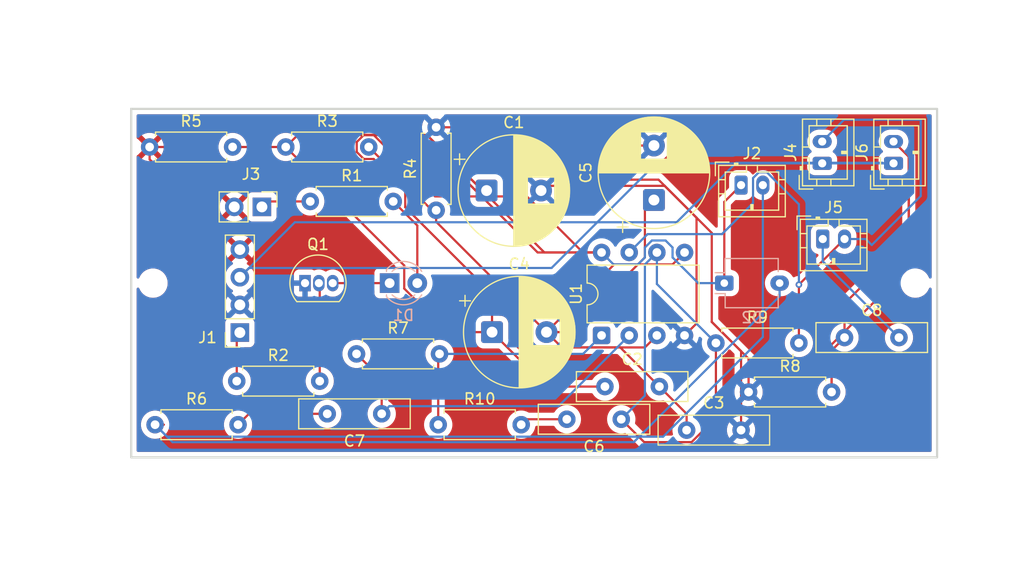
<source format=kicad_pcb>
(kicad_pcb (version 20241229) (generator "pcbnew") (generator_version "9.0")
  (layers (0 "F.Cu" signal) (2 "B.Cu" signal) (13 "F.Paste" user) (15 "B.Paste" user) (5 "F.SilkS" user "F.Silkscreen") (7 "B.SilkS" user "B.Silkscreen") (1 "F.Mask" user) (3 "B.Mask" user) (25 "Edge.Cuts" user))
  (net 0 "")
  (net 1 "Net-(D1-A)")
  (net 2 "Net-(D1-K)")
  (net 3 "+3.3V")
  (net 4 "GND")
  (net 5 "Net-(Q1-G)")
  (net 6 "/Vp")
  (net 7 "/OpIn")
  (net 8 "/Tx")
  (net 9 "/Rx")
  (net 10 "Net-(J3-Pin_1)")
  (net 11 "/Out")
  (net 12 "Net-(U1A--)")
  (net 13 "/VrtGnd")
  (net 14 "Net-(U1B--)")
  (net 15 "/OPOUT")
  (net 16 "Net-(C6-Pad2)")
  (net 17 "Net-(C7-Pad2)")
  (net 18 "Net-(J5-Pin_1)")
  (net 19 "Net-(J4-Pin_2)")
  (footprint "Resistor_THT:R_Axial_DIN0207_L6.3mm_D2.5mm_P7.62mm_Horizontal" (layer "F.Cu") (at 168 79.31 90)
    (property "Reference" "R4" (at 3.81 -2.37 90) (layer "F.SilkS"))
    (property "Value" "2200")
    (pad "1" thru_hole circle (at 0 0 90) (size 1.6 1.6) (drill 0.8) (layers "*.Cu" "*.Mask") (net 13 "/VrtGnd"))
    (pad "2" thru_hole circle (at 7.62 0 90) (size 1.6 1.6) (drill 0.8) (layers "*.Cu" "*.Mask") (net 4 "GND"))
  )
  (footprint "MountingHole:MountingHole_2.2mm_M2" (layer "F.Cu") (at 212 86)
    (property "Reference" "REF**" (hide yes))
    (property "Value" "MountingHole_2.2mm_M2" (hide yes))
    (pad "" np_thru_hole circle (at 0 0) (size 2.2 2.2) (drill 2.2) (layers "*.Cu" "*.Mask"))
  )
  (footprint "Capacitor_THT:C_Disc_D10.0mm_W2.5mm_P5.00mm" (layer "F.Cu") (at 191 99.5)
    (property "Reference" "C3" (at 2.5 -2.5 0) (layer "F.SilkS"))
    (property "Value" "1e-6")
    (pad "1" thru_hole circle (at 0 0) (size 1.6 1.6) (drill 0.8) (layers "*.Cu" "*.Mask") (net 13 "/VrtGnd"))
    (pad "2" thru_hole circle (at 5 0) (size 1.6 1.6) (drill 0.8) (layers "*.Cu" "*.Mask") (net 4 "GND"))
  )
  (footprint "Connector_JST:JST_PH_B2B-PH-K_1x02_P2.00mm_Vertical" (layer "F.Cu") (at 203.5 81.95)
    (property "Reference" "J5" (at 1 -2.9 0) (layer "F.SilkS"))
    (property "Value" "Conn_01x02_Socket")
    (pad "1" thru_hole roundrect (at 0 0) (size 1.2 1.75) (drill 0.75) (layers "*.Cu" "*.Mask") (roundrect_rratio 0.208333) (net 18 "Net-(J5-Pin_1)"))
    (pad "2" thru_hole oval (at 2 0) (size 1.2 1.75) (drill 0.75) (layers "*.Cu" "*.Mask") (net 19 "Net-(J4-Pin_2)"))
  )
  (footprint "Capacitor_THT:C_Disc_D10.0mm_W2.5mm_P5.00mm" (layer "F.Cu") (at 205.5 91)
    (property "Reference" "C8" (at 2.5 -2.5 0) (layer "F.SilkS"))
    (property "Value" "1e-6")
    (pad "1" thru_hole circle (at 0 0) (size 1.6 1.6) (drill 0.8) (layers "*.Cu" "*.Mask") (net 11 "/Out"))
    (pad "2" thru_hole circle (at 5 0) (size 1.6 1.6) (drill 0.8) (layers "*.Cu" "*.Mask") (net 18 "Net-(J5-Pin_1)"))
  )
  (footprint "Connector_JST:JST_PH_B2B-PH-K_1x02_P2.00mm_Vertical" (layer "F.Cu") (at 196 77)
    (property "Reference" "J2" (at 1 -2.9 0) (layer "F.SilkS"))
    (property "Value" "Conn_01x02_Socket")
    (pad "1" thru_hole roundrect (at 0 0) (size 1.2 1.75) (drill 0.75) (layers "*.Cu" "*.Mask") (roundrect_rratio 0.208333) (net 6 "/Vp"))
    (pad "2" thru_hole oval (at 2 0) (size 1.2 1.75) (drill 0.75) (layers "*.Cu" "*.Mask") (net 7 "/OpIn"))
  )
  (footprint "Resistor_THT:R_Axial_DIN0207_L6.3mm_D2.5mm_P7.62mm_Horizontal" (layer "F.Cu") (at 168.19 99)
    (property "Reference" "R10" (at 3.81 -2.37 0) (layer "F.SilkS"))
    (property "Value" "100")
    (pad "1" thru_hole circle (at 0 0) (size 1.6 1.6) (drill 0.8) (layers "*.Cu" "*.Mask") (net 15 "/OPOUT"))
    (pad "2" thru_hole circle (at 7.62 0) (size 1.6 1.6) (drill 0.8) (layers "*.Cu" "*.Mask") (net 16 "Net-(C6-Pad2)"))
  )
  (footprint "MountingHole:MountingHole_2.2mm_M2" (layer "F.Cu") (at 142 86)
    (property "Reference" "REF**" (hide yes))
    (property "Value" "MountingHole_2.2mm_M2" (hide yes))
    (pad "" np_thru_hole circle (at 0 0) (size 2.2 2.2) (drill 2.2) (layers "*.Cu" "*.Mask"))
  )
  (footprint "Resistor_THT:R_Axial_DIN0207_L6.3mm_D2.5mm_P7.62mm_Horizontal" (layer "F.Cu") (at 154.19 73.5)
    (property "Reference" "R3" (at 3.81 -2.37 0) (layer "F.SilkS"))
    (property "Value" "2200")
    (pad "1" thru_hole circle (at 0 0) (size 1.6 1.6) (drill 0.8) (layers "*.Cu" "*.Mask") (net 6 "/Vp"))
    (pad "2" thru_hole circle (at 7.62 0) (size 1.6 1.6) (drill 0.8) (layers "*.Cu" "*.Mask") (net 13 "/VrtGnd"))
  )
  (footprint "Connector_PinHeader_2.54mm:PinHeader_1x02_P2.54mm_Vertical" (layer "F.Cu") (at 152 79 -90)
    (property "Reference" "J3" (at -3 1 180) (layer "F.SilkS"))
    (property "Value" "Conn_01x02_Pin")
    (pad "1" thru_hole rect (at 0 0 270) (size 1.7 1.7) (drill 1) (layers "*.Cu" "*.Mask") (net 10 "Net-(J3-Pin_1)"))
    (pad "2" thru_hole circle (at 0 2.54 270) (size 1.7 1.7) (drill 1) (layers "*.Cu" "*.Mask") (net 3 "+3.3V"))
  )
  (footprint "Resistor_THT:R_Axial_DIN0207_L6.3mm_D2.5mm_P7.62mm_Horizontal" (layer "F.Cu") (at 156.44 78.5)
    (property "Reference" "R1" (at 3.81 -2.37 0) (layer "F.SilkS"))
    (property "Value" "10")
    (pad "1" thru_hole circle (at 0 0) (size 1.6 1.6) (drill 0.8) (layers "*.Cu" "*.Mask") (net 10 "Net-(J3-Pin_1)"))
    (pad "2" thru_hole circle (at 7.62 0) (size 1.6 1.6) (drill 0.8) (layers "*.Cu" "*.Mask") (net 1 "Net-(D1-A)"))
  )
  (footprint "Resistor_THT:R_Axial_DIN0207_L6.3mm_D2.5mm_P7.62mm_Horizontal" (layer "F.Cu") (at 141.69 73.5)
    (property "Reference" "R5" (at 3.81 -2.37 0) (layer "F.SilkS"))
    (property "Value" "400")
    (pad "1" thru_hole circle (at 0 0) (size 1.6 1.6) (drill 0.8) (layers "*.Cu" "*.Mask") (net 3 "+3.3V"))
    (pad "2" thru_hole circle (at 7.62 0) (size 1.6 1.6) (drill 0.8) (layers "*.Cu" "*.Mask") (net 6 "/Vp"))
  )
  (footprint "Capacitor_THT:C_Disc_D10.0mm_W2.5mm_P5.00mm" (layer "F.Cu") (at 185 98.5 180)
    (property "Reference" "C6" (at 2.5 -2.5 0) (layer "F.SilkS"))
    (property "Value" "3.33e-7")
    (pad "1" thru_hole circle (at 0 0 180) (size 1.6 1.6) (drill 0.8) (layers "*.Cu" "*.Mask") (net 14 "Net-(U1B--)"))
    (pad "2" thru_hole circle (at 5 0 180) (size 1.6 1.6) (drill 0.8) (layers "*.Cu" "*.Mask") (net 16 "Net-(C6-Pad2)"))
  )
  (footprint "Resistor_THT:R_Axial_DIN0207_L6.3mm_D2.5mm_P7.62mm_Horizontal" (layer "F.Cu") (at 160.69 92.5)
    (property "Reference" "R7" (at 3.81 -2.37 0) (layer "F.SilkS"))
    (property "Value" "90k")
    (pad "1" thru_hole circle (at 0 0) (size 1.6 1.6) (drill 0.8) (layers "*.Cu" "*.Mask") (net 12 "Net-(U1A--)"))
    (pad "2" thru_hole circle (at 7.62 0) (size 1.6 1.6) (drill 0.8) (layers "*.Cu" "*.Mask") (net 15 "/OPOUT"))
  )
  (footprint "Capacitor_THT:C_Disc_D10.0mm_W2.5mm_P5.00mm" (layer "F.Cu") (at 163 98 180)
    (property "Reference" "C7" (at 2.5 -2.5 0) (layer "F.SilkS"))
    (property "Value" "3.33e-7")
    (pad "1" thru_hole circle (at 0 0 180) (size 1.6 1.6) (drill 0.8) (layers "*.Cu" "*.Mask") (net 12 "Net-(U1A--)"))
    (pad "2" thru_hole circle (at 5 0 180) (size 1.6 1.6) (drill 0.8) (layers "*.Cu" "*.Mask") (net 17 "Net-(C7-Pad2)"))
  )
  (footprint "Capacitor_THT:C_Disc_D10.0mm_W2.5mm_P5.00mm" (layer "F.Cu") (at 183.5 95.5)
    (property "Reference" "C2" (at 2.5 -2.5 0) (layer "F.SilkS"))
    (property "Value" "1e-6")
    (pad "1" thru_hole circle (at 0 0) (size 1.6 1.6) (drill 0.8) (layers "*.Cu" "*.Mask") (net 6 "/Vp"))
    (pad "2" thru_hole circle (at 5 0) (size 1.6 1.6) (drill 0.8) (layers "*.Cu" "*.Mask") (net 13 "/VrtGnd"))
  )
  (footprint "Package_DIP:DIP-8_W7.62mm" (layer "F.Cu") (at 183.19 90.805 90)
    (property "Reference" "U1" (at 3.81 -2.33 90) (layer "F.SilkS"))
    (property "Value" "MCP6002-xP")
    (pad "1" thru_hole roundrect (at 0 0 90) (size 1.6 1.6) (drill 0.8) (layers "*.Cu" "*.Mask") (roundrect_rratio 0.15625) (net 15 "/OPOUT"))
    (pad "2" thru_hole circle (at 0 2.54 90) (size 1.6 1.6) (drill 0.8) (layers "*.Cu" "*.Mask") (net 12 "Net-(U1A--)"))
    (pad "3" thru_hole circle (at 0 5.08 90) (size 1.6 1.6) (drill 0.8) (layers "*.Cu" "*.Mask") (net 13 "/VrtGnd"))
    (pad "4" thru_hole circle (at 0 7.62 90) (size 1.6 1.6) (drill 0.8) (layers "*.Cu" "*.Mask") (net 4 "GND"))
    (pad "5" thru_hole circle (at 7.62 7.62 90) (size 1.6 1.6) (drill 0.8) (layers "*.Cu" "*.Mask") (net 13 "/VrtGnd"))
    (pad "6" thru_hole circle (at 7.62 5.08 90) (size 1.6 1.6) (drill 0.8) (layers "*.Cu" "*.Mask") (net 14 "Net-(U1B--)"))
    (pad "7" thru_hole circle (at 7.62 2.54 90) (size 1.6 1.6) (drill 0.8) (layers "*.Cu" "*.Mask") (net 19 "Net-(J4-Pin_2)"))
    (pad "8" thru_hole circle (at 7.62 0 90) (size 1.6 1.6) (drill 0.8) (layers "*.Cu" "*.Mask") (net 6 "/Vp"))
  )
  (footprint "Connector_PinSocket_2.54mm:PinSocket_1x04_P2.54mm_Vertical" (layer "F.Cu") (at 149.975 90.54 180)
    (property "Reference" "J1" (at 2.975 -0.46 0) (layer "F.SilkS"))
    (property "Value" "Conn_01x04_Socket")
    (pad "1" thru_hole rect (at 0 0 180) (size 1.7 1.7) (drill 1) (layers "*.Cu" "*.Mask") (net 8 "/Tx"))
    (pad "2" thru_hole circle (at 0 2.54 180) (size 1.7 1.7) (drill 1) (layers "*.Cu" "*.Mask") (net 4 "GND"))
    (pad "3" thru_hole circle (at 0 5.08 180) (size 1.7 1.7) (drill 1) (layers "*.Cu" "*.Mask") (net 9 "/Rx"))
    (pad "4" thru_hole circle (at 0 7.62 180) (size 1.7 1.7) (drill 1) (layers "*.Cu" "*.Mask") (net 3 "+3.3V"))
  )
  (footprint "Capacitor_THT:CP_Radial_D10.0mm_P5.00mm" (layer "F.Cu") (at 188 78.367677 90)
    (property "Reference" "C5" (at 2.5 -6.25 90) (layer "F.SilkS"))
    (property "Value" ".001")
    (pad "1" thru_hole roundrect (at 0 0 90) (size 2 2) (drill 1) (layers "*.Cu" "*.Mask") (roundrect_rratio 0.125) (net 13 "/VrtGnd"))
    (pad "2" thru_hole circle (at 5 0 90) (size 2 2) (drill 1) (layers "*.Cu" "*.Mask") (net 4 "GND"))
  )
  (footprint "Connector_JST:JST_PH_B2B-PH-K_1x02_P2.00mm_Vertical" (layer "F.Cu") (at 203.45 75 90)
    (property "Reference" "J4" (at 1 -2.9 90) (layer "F.SilkS"))
    (property "Value" "Conn_01x02_Socket")
    (pad "1" thru_hole roundrect (at 0 0 90) (size 1.2 1.75) (drill 0.75) (layers "*.Cu" "*.Mask") (roundrect_rratio 0.208333) (net 9 "/Rx"))
    (pad "2" thru_hole oval (at 2 0 90) (size 1.2 1.75) (drill 0.75) (layers "*.Cu" "*.Mask") (net 19 "Net-(J4-Pin_2)"))
  )
  (footprint "Connector_JST:JST_PH_B2B-PH-K_1x02_P2.00mm_Vertical" (layer "F.Cu") (at 210 75 90)
    (property "Reference" "J6" (at 1 -2.9 90) (layer "F.SilkS"))
    (property "Value" "Conn_01x02_Socket")
    (pad "1" thru_hole roundrect (at 0 0 90) (size 1.2 1.75) (drill 0.75) (layers "*.Cu" "*.Mask") (roundrect_rratio 0.208333) (net 9 "/Rx"))
    (pad "2" thru_hole oval (at 2 0 90) (size 1.2 1.75) (drill 0.75) (layers "*.Cu" "*.Mask") (net 11 "/Out"))
  )
  (footprint "Capacitor_THT:CP_Radial_D10.0mm_P5.00mm" (layer "F.Cu") (at 172.632323 77.5)
    (property "Reference" "C1" (at 2.5 -6.25 0) (layer "F.SilkS"))
    (property "Value" ".001")
    (pad "1" thru_hole roundrect (at 0 0) (size 2 2) (drill 1) (layers "*.Cu" "*.Mask") (roundrect_rratio 0.125) (net 6 "/Vp"))
    (pad "2" thru_hole circle (at 5 0) (size 2 2) (drill 1) (layers "*.Cu" "*.Mask") (net 4 "GND"))
  )
  (footprint "Resistor_THT:R_Axial_DIN0207_L6.3mm_D2.5mm_P7.62mm_Horizontal" (layer "F.Cu") (at 149.69 95)
    (property "Reference" "R2" (at 3.81 -2.37 0) (layer "F.SilkS"))
    (property "Value" "330")
    (pad "1" thru_hole circle (at 0 0) (size 1.6 1.6) (drill 0.8) (layers "*.Cu" "*.Mask") (net 8 "/Tx"))
    (pad "2" thru_hole circle (at 7.62 0) (size 1.6 1.6) (drill 0.8) (layers "*.Cu" "*.Mask") (net 5 "Net-(Q1-G)"))
  )
  (footprint "Resistor_THT:R_Axial_DIN0207_L6.3mm_D2.5mm_P7.62mm_Horizontal" (layer "F.Cu") (at 142.19 99)
    (property "Reference" "R6" (at 3.81 -2.37 0) (layer "F.SilkS"))
    (property "Value" "100")
    (pad "1" thru_hole circle (at 0 0) (size 1.6 1.6) (drill 0.8) (layers "*.Cu" "*.Mask") (net 7 "/OpIn"))
    (pad "2" thru_hole circle (at 7.62 0) (size 1.6 1.6) (drill 0.8) (layers "*.Cu" "*.Mask") (net 17 "Net-(C7-Pad2)"))
  )
  (footprint "Resistor_THT:R_Axial_DIN0207_L6.3mm_D2.5mm_P7.62mm_Horizontal" (layer "F.Cu") (at 196.69 96)
    (property "Reference" "R8" (at 3.81 -2.37 0) (layer "F.SilkS"))
    (property "Value" "100")
    (pad "1" thru_hole circle (at 0 0) (size 1.6 1.6) (drill 0.8) (layers "*.Cu" "*.Mask") (net 4 "GND"))
    (pad "2" thru_hole circle (at 7.62 0) (size 1.6 1.6) (drill 0.8) (layers "*.Cu" "*.Mask") (net 11 "/Out"))
  )
  (footprint "Capacitor_THT:CP_Radial_D10.0mm_P5.00mm" (layer "F.Cu") (at 173.132323 90.5)
    (property "Reference" "C4" (at 2.5 -6.25 0) (layer "F.SilkS"))
    (property "Value" ".001")
    (pad "1" thru_hole roundrect (at 0 0) (size 2 2) (drill 1) (layers "*.Cu" "*.Mask") (roundrect_rratio 0.125) (net 6 "/Vp"))
    (pad "2" thru_hole circle (at 5 0) (size 2 2) (drill 1) (layers "*.Cu" "*.Mask") (net 13 "/VrtGnd"))
  )
  (footprint "Resistor_THT:R_Axial_DIN0207_L6.3mm_D2.5mm_P7.62mm_Horizontal" (layer "F.Cu") (at 193.69 91.5)
    (property "Reference" "R9" (at 3.81 -2.37 0) (layer "F.SilkS"))
    (property "Value" "90k")
    (pad "1" thru_hole circle (at 0 0) (size 1.6 1.6) (drill 0.8) (layers "*.Cu" "*.Mask") (net 14 "Net-(U1B--)"))
    (pad "2" thru_hole circle (at 7.62 0) (size 1.6 1.6) (drill 0.8) (layers "*.Cu" "*.Mask") (net 19 "Net-(J4-Pin_2)"))
  )
  (footprint "Package_TO_SOT_THT:TO-92L_Inline" (layer "F.Cu") (at 155.96 86)
    (property "Reference" "Q1" (at 1.19 -3.56 0) (layer "F.SilkS"))
    (property "Value" "VN2106")
    (pad "1" thru_hole rect (at 0 0) (size 1.05 1.5) (drill 0.75) (layers "*.Cu" "*.Mask") (net 4 "GND"))
    (pad "2" thru_hole oval (at 1.27 0) (size 1.05 1.5) (drill 0.75) (layers "*.Cu" "*.Mask") (net 5 "Net-(Q1-G)"))
    (pad "3" thru_hole oval (at 2.54 0) (size 1.05 1.5) (drill 0.75) (layers "*.Cu" "*.Mask") (net 2 "Net-(D1-K)"))
  )
  (footprint "LED_THT:LED_D3.0mm" (layer "B.Cu") (at 163.73 86)
    (property "Reference" "D1" (at 1.27 2.96 0) (layer "B.SilkS") (effects (justify mirror)))
    (property "Value" "LED")
    (pad "1" thru_hole rect (at 0 0) (size 1.8 1.8) (drill 0.9) (layers "*.Cu" "*.Mask") (net 2 "Net-(D1-K)"))
    (pad "2" thru_hole circle (at 2.54 0) (size 1.8 1.8) (drill 0.9) (layers "*.Cu" "*.Mask") (net 1 "Net-(D1-A)"))
  )
  (footprint "OptoDevice:Osram_DIL2_4.3x4.65mm_P5.08mm" (layer "B.Cu") (at 194.46 86)
    (property "Reference" "D2" (at 2.54 3.17 0) (layer "B.SilkS") (effects (justify mirror)))
    (property "Value" "BPW34")
    (pad "1" thru_hole roundrect (at 0 0) (size 1.7 1.4) (drill 0.7) (layers "*.Cu" "*.Mask") (roundrect_rratio 0.178) (net 6 "/Vp"))
    (pad "2" thru_hole oval (at 5.08 0) (size 1.7 1.4) (drill 0.7) (layers "*.Cu" "*.Mask") (net 7 "/OpIn"))
  )
  (gr_rect (start 140 70) (end 214 102) (stroke (width 0.2)) (fill no) (layer "Edge.Cuts"))
  (segment (start 166.27 86) (end 166.27 80.71) (width 0.2) (layer "F.Cu") (net 1))
  (segment (start 166.27 80.71) (end 164.06 78.5) (width 0.2) (layer "F.Cu") (net 1))
  (segment (start 158.5 86) (end 163.73 86) (width 0.2) (layer "F.Cu") (net 2))
  (segment (start 141.69 74.635) (end 149.975 82.92) (width 0.2) (layer "F.Cu") (net 3))
  (segment (start 141.69 73.5) (end 141.69 74.635) (width 0.2) (layer "F.Cu") (net 3))
  (segment (start 143.96 73.5) (end 149.46 79) (width 0.2) (layer "F.Cu") (net 3))
  (segment (start 141.69 73.5) (end 143.96 73.5) (width 0.2) (layer "F.Cu") (net 3))
  (segment (start 178.632323 76.5) (end 188.418483 76.5) (width 0.2) (layer "F.Cu") (net 4))
  (segment (start 196 92.25295) (end 196 99.5) (width 0.2) (layer "F.Cu") (net 4))
  (segment (start 177.632323 77.5) (end 181.764646 73.367677) (width 0.2) (layer "F.Cu") (net 4))
  (segment (start 181.764646 73.367677) (end 188 73.367677) (width 0.2) (layer "F.Cu") (net 4))
  (segment (start 196.69 92.94295) (end 196.69 96) (width 0.2) (layer "F.Cu") (net 4))
  (segment (start 191.911 79.992517) (end 191.911 89.704) (width 0.2) (layer "F.Cu") (net 4))
  (segment (start 171.822323 71.69) (end 168 71.69) (width 0.2) (layer "F.Cu") (net 4))
  (segment (start 178.065646 77.066677) (end 188.98516 77.066677) (width 0.2) (layer "F.Cu") (net 4))
  (segment (start 177.632323 77.5) (end 171.822323 71.69) (width 0.2) (layer "F.Cu") (net 4))
  (segment (start 193.309 89.56195) (end 196 92.25295) (width 0.2) (layer "F.Cu") (net 4))
  (segment (start 177.632323 77.5) (end 178.632323 76.5) (width 0.2) (layer "F.Cu") (net 4))
  (segment (start 191.911 89.704) (end 190.81 90.805) (width 0.2) (layer "F.Cu") (net 4))
  (segment (start 177.632323 77.5) (end 178.065646 77.066677) (width 0.2) (layer "F.Cu") (net 4))
  (segment (start 193.309 89.56195) (end 196.69 92.94295) (width 0.2) (layer "F.Cu") (net 4))
  (segment (start 188.98516 77.066677) (end 191.911 79.992517) (width 0.2) (layer "F.Cu") (net 4))
  (segment (start 188.418483 76.5) (end 193.309 81.390517) (width 0.2) (layer "F.Cu") (net 4))
  (segment (start 193.309 81.390517) (end 193.309 89.56195) (width 0.2) (layer "F.Cu") (net 4))
  (segment (start 157.31 86.08) (end 157.23 86) (width 0.2) (layer "F.Cu") (net 5))
  (segment (start 157.31 95) (end 157.31 86.08) (width 0.2) (layer "F.Cu") (net 5))
  (segment (start 160.709 73.04395) (end 161.35395 72.399) (width 0.2) (layer "F.Cu") (net 6))
  (segment (start 162.26605 74.601) (end 161.35395 74.601) (width 0.2) (layer "F.Cu") (net 6))
  (segment (start 162.26605 72.399) (end 167.905942 78.038892) (width 0.2) (layer "F.Cu") (net 6))
  (segment (start 161.35395 72.399) (end 166.531324 72.399) (width 0.2) (layer "F.Cu") (net 6))
  (segment (start 155.291 72.399) (end 167.15195 72.399) (width 0.2) (layer "F.Cu") (net 6))
  (segment (start 161.35395 74.601) (end 160.709 73.95605) (width 0.2) (layer "F.Cu") (net 6))
  (segment (start 167.15195 72.399) (end 177.93795 83.185) (width 0.2) (layer "F.Cu") (net 6))
  (segment (start 169.071529 90.5) (end 173.132323 90.5) (width 0.2) (layer "F.Cu") (net 6))
  (segment (start 173.132323 87.005223) (end 165.161 79.0339) (width 0.2) (layer "F.Cu") (net 6))
  (segment (start 160.709 73.95605) (end 160.709 73.04395) (width 0.2) (layer "F.Cu") (net 6))
  (segment (start 165.161 77.49595) (end 162.26605 74.601) (width 0.2) (layer "F.Cu") (net 6))
  (segment (start 171.632323 77.5) (end 172.632323 77.5) (width 0.2) (layer "F.Cu") (net 6))
  (segment (start 177.93795 83.185) (end 183.19 83.185) (width 0.2) (layer "F.Cu") (net 6))
  (segment (start 165.069 86.497471) (end 169.071529 90.5) (width 0.2) (layer "F.Cu") (net 6))
  (segment (start 178.132323 95.5) (end 183.5 95.5) (width 0.2) (layer "F.Cu") (net 6))
  (segment (start 176.331323 78.038892) (end 181.477431 83.185) (width 0.2) (layer "F.Cu") (net 6))
  (segment (start 166.531323 72.399) (end 171.632323 77.5) (width 0.2) (layer "F.Cu") (net 6))
  (segment (start 194.46 78.54) (end 196 77) (width 0.2) (layer "F.Cu") (net 6))
  (segment (start 154.19 73.5) (end 165.069 84.379) (width 0.2) (layer "F.Cu") (net 6))
  (segment (start 167.905942 78.038892) (end 176.331323 78.038892) (width 0.2) (layer "F.Cu") (net 6))
  (segment (start 167.15195 72.399) (end 172.25295 77.5) (width 0.2) (layer "F.Cu") (net 6))
  (segment (start 173.132323 90.5) (end 173.132323 87.005223) (width 0.2) (layer "F.Cu") (net 6))
  (segment (start 177.317324 83.185) (end 183.19 83.185) (width 0.2) (layer "F.Cu") (net 6))
  (segment (start 172.25295 77.5) (end 172.632323 77.5) (width 0.2) (layer "F.Cu") (net 6))
  (segment (start 181.477431 83.185) (end 183.19 83.185) (width 0.2) (layer "F.Cu") (net 6))
  (segment (start 149.31 73.5) (end 154.19 73.5) (width 0.2) (layer "F.Cu") (net 6))
  (segment (start 154.19 73.5) (end 155.291 72.399) (width 0.2) (layer "F.Cu") (net 6))
  (segment (start 165.161 79.0339) (end 165.161 77.49595) (width 0.2) (layer "F.Cu") (net 6))
  (segment (start 161.35395 72.399) (end 166.531323 72.399) (width 0.2) (layer "F.Cu") (net 6))
  (segment (start 155.291 72.399) (end 162.26605 72.399) (width 0.2) (layer "F.Cu") (net 6))
  (segment (start 173.132323 90.5) (end 178.132323 95.5) (width 0.2) (layer "F.Cu") (net 6))
  (segment (start 166.531324 72.399) (end 177.317324 83.185) (width 0.2) (layer "F.Cu") (net 6))
  (segment (start 194.46 86) (end 194.46 78.54) (width 0.2) (layer "F.Cu") (net 6))
  (segment (start 165.069 84.379) (end 165.069 86.497471) (width 0.2) (layer "F.Cu") (net 6))
  (segment (start 187.169 83.64105) (end 187.169 82.72895) (width 0.2) (layer "B.Cu") (net 6))
  (segment (start 183.19 83.185) (end 184.291 84.286) (width 0.2) (layer "B.Cu") (net 6))
  (segment (start 189.06405 82.084) (end 189.709 82.72895) (width 0.2) (layer "B.Cu") (net 6))
  (segment (start 187.81395 82.084) (end 189.06405 82.084) (width 0.2) (layer "B.Cu") (net 6))
  (segment (start 189.709 83.64105) (end 192.06795 86) (width 0.2) (layer "B.Cu") (net 6))
  (segment (start 186.52405 84.286) (end 187.169 83.64105) (width 0.2) (layer "B.Cu") (net 6))
  (segment (start 192.06795 86) (end 194.46 86) (width 0.2) (layer "B.Cu") (net 6))
  (segment (start 184.291 84.286) (end 186.52405 84.286) (width 0.2) (layer "B.Cu") (net 6))
  (segment (start 187.169 82.72895) (end 187.81395 82.084) (width 0.2) (layer "B.Cu") (net 6))
  (segment (start 189.709 82.72895) (end 189.709 83.64105) (width 0.2) (layer "B.Cu") (net 6))
  (segment (start 142.19 99) (end 143 99) (width 0.2) (layer "F.Cu") (net 7))
  (segment (start 198 90.94295) (end 198 77) (width 0.2) (layer "B.Cu") (net 7))
  (segment (start 142.19 99) (end 143.791 100.601) (width 0.2) (layer "B.Cu") (net 7))
  (segment (start 188.84195 100.101) (end 198 90.94295) (width 0.2) (layer "B.Cu") (net 7))
  (segment (start 142.19 99) (end 143.291 100.101) (width 0.2) (layer "B.Cu") (net 7))
  (segment (start 186.14605 100.601) (end 199.54 87.20705) (width 0.2) (layer "B.Cu") (net 7))
  (segment (start 143.791 100.601) (end 186.14605 100.601) (width 0.2) (layer "B.Cu") (net 7))
  (segment (start 143.291 100.101) (end 188.84195 100.101) (width 0.2) (layer "B.Cu") (net 7))
  (segment (start 199.54 87.20705) (end 199.54 86) (width 0.2) (layer "B.Cu") (net 7))
  (segment (start 149.69 95) (end 149.69 90.825) (width 0.2) (layer "F.Cu") (net 8))
  (segment (start 149.69 90.825) (end 149.975 90.54) (width 0.2) (layer "F.Cu") (net 8))
  (segment (start 178.597569 84.61) (end 188.207569 75) (width 0.2) (layer "B.Cu") (net 9))
  (segment (start 155.024 80.411) (end 190.089 80.411) (width 0.2) (layer "B.Cu") (net 9))
  (segment (start 149.975 85.46) (end 150.825 84.61) (width 0.2) (layer "B.Cu") (net 9))
  (segment (start 188.207569 75) (end 202.95 75) (width 0.2) (layer "B.Cu") (net 9))
  (segment (start 210 75) (end 203.45 75) (width 0.2) (layer "B.Cu") (net 9))
  (segment (start 149.975 85.46) (end 155.024 80.411) (width 0.2) (layer "B.Cu") (net 9))
  (segment (start 195.55 74.95) (end 209 74.95) (width 0.2) (layer "B.Cu") (net 9))
  (segment (start 150.825 84.61) (end 178.597569 84.61) (width 0.2) (layer "B.Cu") (net 9))
  (segment (start 190.089 80.411) (end 195.55 74.95) (width 0.2) (layer "B.Cu") (net 9))
  (segment (start 156.44 78.5) (end 152.5 78.5) (width 0.2) (layer "F.Cu") (net 10))
  (segment (start 152.5 78.5) (end 152 79) (width 0.2) (layer "F.Cu") (net 10))
  (segment (start 210 73) (end 211.401 74.401) (width 0.2) (layer "F.Cu") (net 11))
  (segment (start 211.401 74.401) (end 211.401 81.9761) (width 0.2) (layer "F.Cu") (net 11))
  (segment (start 205.5 87.8771) (end 205.5 91) (width 0.2) (layer "F.Cu") (net 11))
  (segment (start 204.31 91.64) (end 204.31 96) (width 0.2) (layer "F.Cu") (net 11))
  (segment (start 204.31 96) (end 204.31 92.19) (width 0.2) (layer "F.Cu") (net 11))
  (segment (start 211.401 84.549) (end 204.31 91.64) (width 0.2) (layer "F.Cu") (net 11))
  (segment (start 211.401 81.9761) (end 205.5 87.8771) (width 0.2) (layer "F.Cu") (net 11))
  (segment (start 204.31 92.19) (end 205.5 91) (width 0.2) (layer "F.Cu") (net 11))
  (segment (start 211.401 74.401) (end 211.401 84.549) (width 0.2) (layer "F.Cu") (net 11))
  (segment (start 163 98) (end 163 94.81) (width 0.2) (layer "F.Cu") (net 12))
  (segment (start 163 94.81) (end 160.69 92.5) (width 0.2) (layer "F.Cu") (net 12))
  (segment (start 163 97.5) (end 162.8 97.3) (width 0.2) (layer "B.Cu") (net 12))
  (segment (start 179.235 97.3) (end 185.73 90.805) (width 0.2) (layer "B.Cu") (net 12))
  (segment (start 163.7 97.3) (end 179.235 97.3) (width 0.2) (layer "B.Cu") (net 12))
  (segment (start 163 98) (end 163 97.5) (width 0.2) (layer "B.Cu") (net 12))
  (segment (start 163 98) (end 163.7 97.3) (width 0.2) (layer "B.Cu") (net 12))
  (segment (start 168 79.31) (end 168 80.367677) (width 0.2) (layer "F.Cu") (net 13))
  (segment (start 178.132323 90.5) (end 179.538323 91.906) (width 0.2) (layer "F.Cu") (net 13))
  (segment (start 187.169 79.198677) (end 188 78.367677) (width 0.2) (layer "F.Cu") (net 13))
  (segment (start 179.538323 91.906) (end 184.906 91.906) (width 0.2) (layer "F.Cu") (net 13))
  (segment (start 191 99.5) (end 191 98) (width 0.2) (layer "F.Cu") (net 13))
  (segment (start 187.169 83.64105) (end 187.169 79.198677) (width 0.2) (layer "F.Cu") (net 13))
  (segment (start 178.132323 90.5) (end 184.346323 84.286) (width 0.2) (layer "F.Cu") (net 13))
  (segment (start 189.709 84.286) (end 190.81 83.185) (width 0.2) (layer "F.Cu") (net 13))
  (segment (start 167.62 79.31) (end 168 79.31) (width 0.2) (layer "F.Cu") (net 13))
  (segment (start 179.538323 91.906) (end 187.169 91.906) (width 0.2) (layer "F.Cu") (net 13))
  (segment (start 161.81 73.5) (end 167.62 79.31) (width 0.2) (layer "F.Cu") (net 13))
  (segment (start 178.132323 90.5) (end 180.31005 90.5) (width 0.2) (layer "F.Cu") (net 13))
  (segment (start 191 98) (end 188.5 95.5) (width 0.2) (layer "F.Cu") (net 13))
  (segment (start 187.169 91.906) (end 188.27 90.805) (width 0.2) (layer "F.Cu") (net 13))
  (segment (start 184.906 91.906) (end 188.5 95.5) (width 0.2) (layer "F.Cu") (net 13))
  (segment (start 184.346323 84.286) (end 189.709 84.286) (width 0.2) (layer "F.Cu") (net 13))
  (segment (start 180.31005 90.5) (end 187.169 83.64105) (width 0.2) (layer "F.Cu") (net 13))
  (segment (start 168 80.367677) (end 178.132323 90.5) (width 0.2) (layer "F.Cu") (net 13))
  (segment (start 187.101 100.601) (end 191.45605 100.601) (width 0.2) (layer "F.Cu") (net 14))
  (segment (start 185 98.5) (end 187.101 100.601) (width 0.2) (layer "F.Cu") (net 14))
  (segment (start 191.45605 100.601) (end 193.69 98.36705) (width 0.2) (layer "F.Cu") (net 14))
  (segment (start 193.69 98.36705) (end 193.69 91.5) (width 0.2) (layer "F.Cu") (net 14))
  (segment (start 187.169 84.286) (end 187.169 96.331) (width 0.2) (layer "B.Cu") (net 14))
  (segment (start 188.27 86.08) (end 193.69 91.5) (width 0.2) (layer "B.Cu") (net 14))
  (segment (start 188.27 83.185) (end 188.27 86.08) (width 0.2) (layer "B.Cu") (net 14))
  (segment (start 188.27 83.185) (end 187.169 84.286) (width 0.2) (layer "B.Cu") (net 14))
  (segment (start 187.169 96.331) (end 185 98.5) (width 0.2) (layer "B.Cu") (net 14))
  (segment (start 168.19 99) (end 168.19 92.62) (width 0.2) (layer "F.Cu") (net 15))
  (segment (start 168.19 92.62) (end 168.31 92.5) (width 0.2) (layer "F.Cu") (net 15))
  (segment (start 181.495 92.5) (end 168.31 92.5) (width 0.2) (layer "B.Cu") (net 15))
  (segment (start 183.19 90.805) (end 181.495 92.5) (width 0.2) (layer "B.Cu") (net 15))
  (segment (start 180 98.5) (end 176.31 98.5) (width 0.2) (layer "F.Cu") (net 16))
  (segment (start 176.31 98.5) (end 175.81 99) (width 0.2) (layer "F.Cu") (net 16))
  (segment (start 150.81 98) (end 149.81 99) (width 0.2) (layer "F.Cu") (net 17))
  (segment (start 158 98) (end 150.81 98) (width 0.2) (layer "F.Cu") (net 17))
  (segment (start 203.5 84) (end 210.5 91) (width 0.2) (layer "B.Cu") (net 18))
  (segment (start 203.5 81.95) (end 203.5 84) (width 0.2) (layer "B.Cu") (net 18))
  (segment (start 201.31 91.5) (end 201.31 86.14) (width 0.2) (layer "F.Cu") (net 19))
  (segment (start 201.31 86.14) (end 205.5 81.95) (width 0.2) (layer "F.Cu") (net 19))
  (via (at 201.31 86.14) (size 0.6) (drill 0.3) (layers "F.Cu" "B.Cu") (net 19))
  (segment (start 187.415 81.5) (end 194.247206 81.5) (width 0.2) (layer "B.Cu") (net 19))
  (segment (start 203.45 73) (end 205.45 71) (width 0.2) (layer "B.Cu") (net 19))
  (segment (start 185.73 83.185) (end 187.415 81.5) (width 0.2) (layer "B.Cu") (net 19))
  (segment (start 198.373206 75.824) (end 201.31 78.760794) (width 0.2) (layer "B.Cu") (net 19))
  (segment (start 207.45 81.95) (end 205.5 81.95) (width 0.2) (layer "B.Cu") (net 19))
  (segment (start 208 82.5) (end 207.45 81.95) (width 0.2) (layer "B.Cu") (net 19))
  (segment (start 205.45 71) (end 212.5 71) (width 0.2) (layer "B.Cu") (net 19))
  (segment (start 197.099 78.648206) (end 197.099 76.351794) (width 0.2) (layer "B.Cu") (net 19))
  (segment (start 201.31 78.760794) (end 201.31 86.14) (width 0.2) (layer "B.Cu") (net 19))
  (segment (start 197.626794 75.824) (end 198.373206 75.824) (width 0.2) (layer "B.Cu") (net 19))
  (segment (start 197.099 76.351794) (end 197.626794 75.824) (width 0.2) (layer "B.Cu") (net 19))
  (segment (start 194.247206 81.5) (end 197.099 78.648206) (width 0.2) (layer "B.Cu") (net 19))
  (segment (start 212.5 78) (end 208 82.5) (width 0.2) (layer "B.Cu") (net 19))
  (segment (start 212.5 71) (end 212.5 78) (width 0.2) (layer "B.Cu") (net 19))
  (zone (net 3) (net_name "+3.3V") (layer "F.Cu") (connect_pads (clearance 0.5)) (min_thickness 0.25) (fill yes (thermal_gap 0.5) (thermal_bridge_width 0.5))
    (polygon (pts (xy 138 68) (xy 218 68) (xy 218 104) (xy 138 104)))
  )
  (zone (net 4) (net_name "GND") (layer "B.Cu") (priority 1) (connect_pads (clearance 0.5)) (min_thickness 0.25) (fill yes (thermal_gap 0.5) (thermal_bridge_width 0.5))
    (polygon (pts (xy 135 65) (xy 222 65) (xy 222 106) (xy 135 106)))
  )
)
</source>
